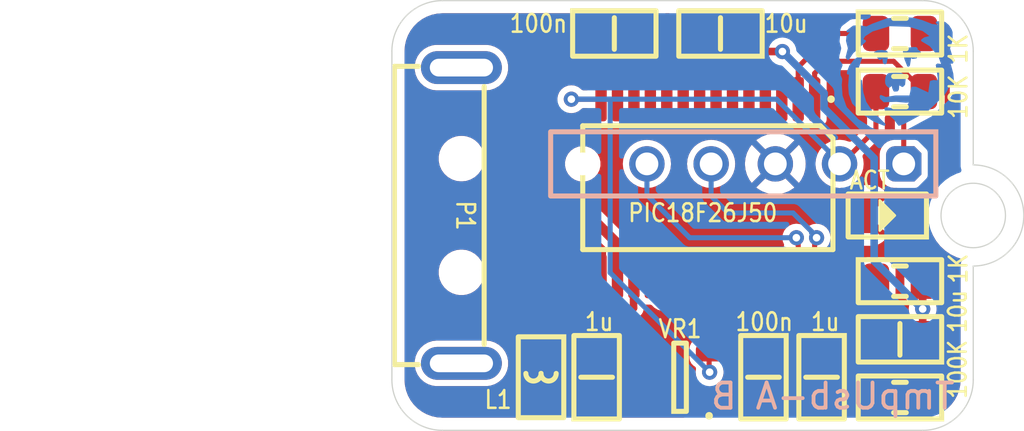
<source format=kicad_pcb>
(kicad_pcb (version 20221018) (generator pcbnew)
  (layers (0 "F.Cu" signal) (31 "B.Cu" signal) (34 "B.Paste" user) (35 "F.Paste" user) (36 "B.SilkS" user "B.Silkscreen") (37 "F.SilkS" user "F.Silkscreen") (38 "B.Mask" user) (39 "F.Mask" user) (44 "Edge.Cuts" user))
  (net 0 "")
  (net 1 "USB_D+")
  (net 2 "USB_D-")
  (net 3 "GND")
  (net 4 "CAP")
  (net 5 "CAP_POWER")
  (net 6 "ICSP_VPP")
  (net 7 "VCAP")
  (net 8 "LED")
  (net 9 "LED'")
  (net 10 "VCC")
  (net 11 "+3.3V")
  (net 12 "+5V")
  (net 13 "ICSP_PGD")
  (net 14 "ICSP_PGC")
  (footprint "Medo64:R (0805)" (layer "F.Cu") (at 40.1 35.7 180)
    (fp_text reference "R4" hide)
    (fp_text value "100K" (at -1.871 1.113 90 unlocked) (layer "F.SilkS") (effects (font (size 0.7 0.6) (thickness 0.1)) (justify top)))
    (fp_line (start -0.25 -0.6) (end 0.25 -0.6) (stroke (width 0.2)) (layer "F.SilkS"))
    (fp_line (start -0.25 0.6) (end 0.25 0.6) (stroke (width 0.2)) (layer "F.SilkS"))
    (fp_rect (start -1.65 -0.85) (end 1.65 0.85) (stroke (width 0.2)) (fill none) (layer "F.SilkS"))
    (pad "1" smd roundrect (at -0.95 0 180) (size 1.05 1.4) (layers "F.Cu" "F.Paste" "F.Mask") (net 4 "CAP"))
    (pad "2" smd roundrect (at 0.95 0 180) (size 1.05 1.4) (layers "F.Cu" "F.Paste" "F.Mask") (net 3 "GND"))
  )
  (footprint "Medo64:L Ferrite (0805)" (layer "F.Cu") (at 25.9 34.9 -90)
    (fp_text reference "L1" (at 1.3 1.7 unlocked) (layer "F.SilkS") (effects (font (size 0.7 0.6) (thickness 0.1)) (justify bottom)))
    (fp_text value "40R" hide)
    (fp_rect (start -1.6 -0.9) (end 1.6 0.9) (stroke (width 0.2)) (fill none) (layer "F.SilkS"))
    (fp_arc (start -0.15 -0.6) (mid 0.15 -0.3) (end -0.15 0) (stroke (width 0.2)) (layer "F.SilkS"))
    (fp_arc (start -0.15 0) (mid 0.15 0.3) (end -0.15 0.6) (stroke (width 0.2)) (layer "F.SilkS"))
    (pad "1" smd roundrect (at -0.85 0 270) (size 1.05 1.4) (layers "F.Cu" "F.Paste" "F.Mask") (net 10 "VCC"))
    (pad "2" smd roundrect (at 0.85 0 270) (size 1.05 1.4) (layers "F.Cu" "F.Paste" "F.Mask") (net 12 "+5V"))
  )
  (footprint "Medo64:R (0805)" (layer "F.Cu") (at 40.1 21.3)
    (fp_text reference "R1" hide)
    (fp_text value "1K" (at 1.9 0.6 90 unlocked) (layer "F.SilkS") (effects (font (size 0.7 0.6) (thickness 0.1)) (justify top)))
    (fp_line (start -0.25 -0.6) (end 0.25 -0.6) (stroke (width 0.2)) (layer "F.SilkS"))
    (fp_line (start -0.25 0.6) (end 0.25 0.6) (stroke (width 0.2)) (layer "F.SilkS"))
    (fp_rect (start -1.65 -0.85) (end 1.65 0.85) (stroke (width 0.2)) (fill none) (layer "F.SilkS"))
    (pad "1" smd roundrect (at -0.95 0) (size 1.05 1.4) (layers "F.Cu" "F.Paste" "F.Mask") (net 8 "LED"))
    (pad "2" smd roundrect (at 0.95 0) (size 1.05 1.4) (layers "F.Cu" "F.Paste" "F.Mask") (net 9 "LED'"))
  )
  (footprint "Medo64:DS (0805)" (layer "F.Cu") (at 39.6 28.5 180)
    (fp_text reference "DS1" hide)
    (fp_text value "ACT" (at 0.7 1.8 unlocked) (layer "F.SilkS") (effects (font (size 0.7 0.6) (thickness 0.1)) (justify top)))
    (fp_rect (start -1.55 -0.85) (end 1.55 0.85) (stroke (width 0.2)) (fill none) (layer "F.SilkS"))
    (fp_poly (pts (xy -0.3 0) (xy 0.3 -0.6) (xy 0.3 0.6)) (stroke (width 0.1)) (fill solid) (layer "F.SilkS"))
    (pad "1" smd roundrect (at -0.9 0 180) (size 1 1.4) (layers "F.Cu" "F.Paste" "F.Mask") (chamfer_ratio 0.2) (chamfer top_left bottom_left) (net 9 "LED'"))
    (pad "2" smd roundrect (at 0.9 0 180) (size 1 1.4) (layers "F.Cu" "F.Paste" "F.Mask") (net 3 "GND"))
  )
  (footprint "Medo64:C (0805)" (layer "F.Cu") (at 33 21.3 180)
    (fp_text reference "C5" hide)
    (fp_text value "10u" (at -2.6 0.8 unlocked) (layer "F.SilkS") (effects (font (size 0.7 0.6) (thickness 0.1)) (justify top)))
    (fp_line (start 0 -0.625) (end 0 0.625) (stroke (width 0.2)) (layer "F.SilkS"))
    (fp_rect (start -1.65 -0.9) (end 1.65 0.9) (stroke (width 0.2)) (fill none) (layer "F.SilkS"))
    (pad "1" smd roundrect (at -0.9 0 180) (size 1.15 1.45) (layers "F.Cu" "F.Paste" "F.Mask") (net 7 "VCAP"))
    (pad "2" smd roundrect (at 0.9 0 180) (size 1.15 1.45) (layers "F.Cu" "F.Paste" "F.Mask") (net 3 "GND"))
  )
  (footprint "Medo64:C (0805)" (layer "F.Cu") (at 34.7 34.9 -90)
    (fp_text reference "C1" hide)
    (fp_text value "100n" (at -2.599 -0.032 unlocked) (layer "F.SilkS") (effects (font (size 0.7 0.6) (thickness 0.1)) (justify top)))
    (fp_line (start 0 -0.625) (end 0 0.625) (stroke (width 0.2)) (layer "F.SilkS"))
    (fp_rect (start -1.65 -0.9) (end 1.65 0.9) (stroke (width 0.2)) (fill none) (layer "F.SilkS"))
    (pad "1" smd roundrect (at -0.9 0 270) (size 1.15 1.45) (layers "F.Cu" "F.Paste" "F.Mask") (net 11 "+3.3V"))
    (pad "2" smd roundrect (at 0.9 0 270) (size 1.15 1.45) (layers "F.Cu" "F.Paste" "F.Mask") (net 3 "GND"))
  )
  (footprint "Medo64:C (0805)" (layer "F.Cu") (at 28.1 34.9 90)
    (fp_text reference "C3" hide)
    (fp_text value "1u" (at 2.6 0.1 unlocked) (layer "F.SilkS") (effects (font (size 0.7 0.6) (thickness 0.1)) (justify top)))
    (fp_line (start 0 -0.625) (end 0 0.625) (stroke (width 0.2)) (layer "F.SilkS"))
    (fp_rect (start -1.65 -0.9) (end 1.65 0.9) (stroke (width 0.2)) (fill none) (layer "F.SilkS"))
    (pad "1" smd roundrect (at -0.9 0 90) (size 1.15 1.45) (layers "F.Cu" "F.Paste" "F.Mask") (net 12 "+5V"))
    (pad "2" smd roundrect (at 0.9 0 90) (size 1.15 1.45) (layers "F.Cu" "F.Paste" "F.Mask") (net 3 "GND"))
  )
  (footprint "Medo64:P USB A 2.0 (4w)" (layer "F.Cu") (at 22.75 28.5 -90)
    (fp_text reference "P1" (at 0 0.25 -90 unlocked) (layer "F.SilkS") (effects (font (size 0.7 0.6) (thickness 0.1)) (justify bottom)))
    (fp_text value "48037-2200" hide)
    (fp_line (start -5.9 1.7) (end -5.9 2.65) (stroke (width 0.2)) (layer "F.SilkS"))
    (fp_line (start -5.9 2.65) (end 5.9 2.65) (stroke (width 0.2)) (layer "F.SilkS"))
    (fp_line (start -5.1 -0.9) (end 5.1 -0.9) (stroke (width 0.2)) (layer "F.SilkS"))
    (fp_line (start 5.9 1.7) (end 5.9 2.65) (stroke (width 0.2)) (layer "F.SilkS"))
    (pad "" np_thru_hole circle (at -2.25 0 270) (size 1.25 1.25) (drill 1.3) (layers "F&B.Cu" "*.Mask"))
    (pad "" np_thru_hole circle (at 2.25 0 270) (size 1.25 1.25) (drill 1.3) (layers "F&B.Cu" "*.Mask"))
    (pad "1" smd roundrect (at 3.5 -2.6 270) (size 1.2 2) (layers "F.Cu" "F.Paste" "F.Mask") (chamfer_ratio 0.2) (chamfer top_right bottom_right) (net 10 "VCC"))
    (pad "2" smd roundrect (at 1 -2.6 270) (size 1.2 2) (layers "F.Cu" "F.Paste" "F.Mask") (net 2 "USB_D-"))
    (pad "3" smd roundrect (at -1 -2.6 270) (size 1.2 2) (layers "F.Cu" "F.Paste" "F.Mask") (net 1 "USB_D+"))
    (pad "4" smd roundrect (at -3.5 -2.6 270) (size 1.2 2) (layers "F.Cu" "F.Paste" "F.Mask") (net 3 "GND"))
    (pad "5" thru_hole oval (at -5.85 0 270) (size 1.3 3.2) (drill oval 0.7 2.5) (layers "*.Cu" "*.Mask"))
    (pad "5" thru_hole oval (at 5.85 0 270) (size 1.3 3.2) (drill oval 0.7 2.5) (layers "*.Cu" "*.Mask"))
  )
  (footprint "Medo64:C (0805)" (layer "F.Cu") (at 40.1 33.4 180)
    (fp_text reference "C6" hide)
    (fp_text value "10u" (at -1.871 1.1 90 unlocked) (layer "F.SilkS") (effects (font (size 0.7 0.6) (thickness 0.1)) (justify top)))
    (fp_line (start 0 -0.625) (end 0 0.625) (stroke (width 0.2)) (layer "F.SilkS"))
    (fp_rect (start -1.65 -0.9) (end 1.65 0.9) (stroke (width 0.2)) (fill none) (layer "F.SilkS"))
    (pad "1" smd roundrect (at -0.9 0 180) (size 1.15 1.45) (layers "F.Cu" "F.Paste" "F.Mask") (net 4 "CAP"))
    (pad "2" smd roundrect (at 0.9 0 180) (size 1.15 1.45) (layers "F.Cu" "F.Paste" "F.Mask") (net 3 "GND"))
  )
  (footprint "Medo64:VR Linear MCP1700 (SOT23-3)" (layer "F.Cu") (at 31.4 34.9 90)
    (fp_text reference "VR1" (at 1.5 0 unlocked) (layer "F.SilkS") (effects (font (size 0.7 0.6) (thickness 0.1)) (justify bottom)))
    (fp_text value "MCP1700" hide)
    (fp_rect (start -1.35 -0.25) (end 1.35 0.25) (stroke (width 0.2)) (fill none) (layer "F.SilkS"))
    (fp_circle (center -1.525 1.15) (end -1.425 1.15) (stroke (width 0.1)) (fill solid) (layer "F.SilkS"))
    (pad "1" smd roundrect (at -0.95 1.15 90) (size 0.65 1.05) (layers "F.Cu" "F.Paste" "F.Mask") (chamfer_ratio 0.2) (chamfer top_left bottom_left) (net 3 "GND"))
    (pad "2" smd roundrect (at 0.95 1.15 90) (size 0.65 1.05) (layers "F.Cu" "F.Paste" "F.Mask") (net 11 "+3.3V"))
    (pad "3" smd roundrect (at 0 -1.15 90) (size 0.65 1.05) (layers "F.Cu" "F.Paste" "F.Mask") (net 12 "+5V"))
  )
  (footprint "Medo64:C (0805)" (layer "F.Cu") (at 37 34.9 -90)
    (fp_text reference "C4" hide)
    (fp_text value "1u" (at -2.6 -0.145 unlocked) (layer "F.SilkS") (effects (font (size 0.7 0.6) (thickness 0.1)) (justify top)))
    (fp_line (start 0 -0.625) (end 0 0.625) (stroke (width 0.2)) (layer "F.SilkS"))
    (fp_rect (start -1.65 -0.9) (end 1.65 0.9) (stroke (width 0.2)) (fill none) (layer "F.SilkS"))
    (pad "1" smd roundrect (at -0.9 0 270) (size 1.15 1.45) (layers "F.Cu" "F.Paste" "F.Mask") (net 11 "+3.3V"))
    (pad "2" smd roundrect (at 0.9 0 270) (size 1.15 1.45) (layers "F.Cu" "F.Paste" "F.Mask") (net 3 "GND"))
  )
  (footprint "Medo64:R (0805)" (layer "F.Cu") (at 40.1 23.6)
    (fp_text reference "R3" hide)
    (fp_text value "10K" (at 1.9 0.2 90 unlocked) (layer "F.SilkS") (effects (font (size 0.7 0.6) (thickness 0.1)) (justify top)))
    (fp_line (start -0.25 -0.6) (end 0.25 -0.6) (stroke (width 0.2)) (layer "F.SilkS"))
    (fp_line (start -0.25 0.6) (end 0.25 0.6) (stroke (width 0.2)) (layer "F.SilkS"))
    (fp_rect (start -1.65 -0.85) (end 1.65 0.85) (stroke (width 0.2)) (fill none) (layer "F.SilkS"))
    (pad "1" smd roundrect (at -0.95 0) (size 1.05 1.4) (layers "F.Cu" "F.Paste" "F.Mask") (net 11 "+3.3V"))
    (pad "2" smd roundrect (at 0.95 0) (size 1.05 1.4) (layers "F.Cu" "F.Paste" "F.Mask") (net 6 "ICSP_VPP"))
  )
  (footprint "Medo64:U Micro PIC18F26J50 (SSOP-28)" (layer "F.Cu") (at 32.5 27.4 -90)
    (fp_text reference "U1" hide)
    (fp_text value "PIC18F26J50" (at 1 0.2 unlocked) (layer "F.SilkS") (effects (font (size 0.7 0.6) (thickness 0.1))))
    (fp_line (start -2.45 -4.45) (end -1.95 -4.95) (stroke (width 0.2)) (layer "F.SilkS"))
    (fp_line (start -2.45 4.95) (end -2.45 -4.45) (stroke (width 0.2)) (layer "F.SilkS"))
    (fp_line (start -1.95 -4.95) (end 2.45 -4.95) (stroke (width 0.2)) (layer "F.SilkS"))
    (fp_line (start 2.45 -4.95) (end 2.45 4.95) (stroke (width 0.2)) (layer "F.SilkS"))
    (fp_line (start 2.45 4.95) (end -2.45 4.95) (stroke (width 0.2)) (layer "F.SilkS"))
    (fp_circle (center -3.5 -4.875) (end -3.4 -4.875) (stroke (width 0.1)) (fill solid) (layer "F.SilkS"))
    (pad "1" smd roundrect (at -3.5 -4.225 270) (size 1.75 0.45) (layers "F.Cu" "F.Paste" "F.Mask") (chamfer_ratio 0.2) (chamfer top_left top_right) (net 6 "ICSP_VPP"))
    (pad "2" smd roundrect (at -3.5 -3.575 270) (size 1.75 0.45) (layers "F.Cu" "F.Paste" "F.Mask") (net 8 "LED"))
    (pad "3" smd roundrect (at -3.5 -2.925 270) (size 1.75 0.45) (layers "F.Cu" "F.Paste" "F.Mask"))
    (pad "4" smd roundrect (at -3.5 -2.275 270) (size 1.75 0.45) (layers "F.Cu" "F.Paste" "F.Mask"))
    (pad "5" smd roundrect (at -3.5 -1.625 270) (size 1.75 0.45) (layers "F.Cu" "F.Paste" "F.Mask") (net 4 "CAP"))
    (pad "6" smd roundrect (at -3.5 -0.975 270) (size 1.75 0.45) (layers "F.Cu" "F.Paste" "F.Mask") (net 7 "VCAP"))
    (pad "7" smd roundrect (at -3.5 -0.325 270) (size 1.75 0.45) (layers "F.Cu" "F.Paste" "F.Mask"))
    (pad "8" smd roundrect (at -3.5 0.325 270) (size 1.75 0.45) (layers "F.Cu" "F.Paste" "F.Mask") (net 3 "GND"))
    (pad "9" smd roundrect (at -3.5 0.975 270) (size 1.75 0.45) (layers "F.Cu" "F.Paste" "F.Mask"))
    (pad "10" smd roundrect (at -3.5 1.625 270) (size 1.75 0.45) (layers "F.Cu" "F.Paste" "F.Mask"))
    (pad "11" smd roundrect (at -3.5 2.275 270) (size 1.75 0.45) (layers "F.Cu" "F.Paste" "F.Mask"))
    (pad "12" smd roundrect (at -3.5 2.925 270) (size 1.75 0.45) (layers "F.Cu" "F.Paste" "F.Mask"))
    (pad "13" smd roundrect (at -3.5 3.575 270) (size 1.75 0.45) (layers "F.Cu" "F.Paste" "F.Mask"))
    (pad "14" smd roundrect (at -3.5 4.225 270) (size 1.75 0.45) (layers "F.Cu" "F.Paste" "F.Mask") (net 11 "+3.3V"))
    (pad "15" smd roundrect (at 3.5 4.225 270) (size 1.75 0.45) (layers "F.Cu" "F.Paste" "F.Mask") (net 2 "USB_D-"))
    (pad "16" smd roundrect (at 3.5 3.575 270) (size 1.75 0.45) (layers "F.Cu" "F.Paste" "F.Mask") (net 1 "USB_D+"))
    (pad "17" smd roundrect (at 3.5 2.925 270) (size 1.75 0.45) (layers "F.Cu" "F.Paste" "F.Mask") (net 10 "VCC"))
    (pad "18" smd roundrect (at 3.5 2.275 270) (size 1.75 0.45) (layers "F.Cu" "F.Paste" "F.Mask"))
    (pad "19" smd roundrect (at 3.5 1.625 270) (size 1.75 0.45) (layers "F.Cu" "F.Paste" "F.Mask") (net 3 "GND"))
    (pad "20" smd roundrect (at 3.5 0.975 270) (size 1.75 0.45) (layers "F.Cu" "F.Paste" "F.Mask") (net 11 "+3.3V"))
    (pad "21" smd roundrect (at 3.5 0.325 270) (size 1.75 0.45) (layers "F.Cu" "F.Paste" "F.Mask"))
    (pad "22" smd roundrect (at 3.5 -0.325 270) (size 1.75 0.45) (layers "F.Cu" "F.Paste" "F.Mask"))
    (pad "23" smd roundrect (at 3.5 -0.975 270) (size 1.75 0.45) (layers "F.Cu" "F.Paste" "F.Mask"))
    (pad "24" smd roundrect (at 3.5 -1.625 270) (size 1.75 0.45) (layers "F.Cu" "F.Paste" "F.Mask") (net 5 "CAP_POWER"))
    (pad "25" smd roundrect (at 3.5 -2.275 270) (size 1.75 0.45) (layers "F.Cu" "F.Paste" "F.Mask"))
    (pad "26" smd roundrect (at 3.5 -2.925 270) (size 1.75 0.45) (layers "F.Cu" "F.Paste" "F.Mask"))
    (pad "27" smd roundrect (at 3.5 -3.575 270) (size 1.75 0.45) (layers "F.Cu" "F.Paste" "F.Mask") (net 14 "ICSP_PGC"))
    (pad "28" smd roundrect (at 3.5 -4.225 270) (size 1.75 0.45) (layers "F.Cu" "F.Paste" "F.Mask") (net 13 "ICSP_PGD"))
  )
  (footprint "Medo64:C (0805)" (layer "F.Cu") (at 28.8 21.3)
    (fp_text reference "C2" hide)
    (fp_text value "100n" (at -3 -0.8 unlocked) (layer "F.SilkS") (effects (font (size 0.7 0.6) (thickness 0.1)) (justify top)))
    (fp_line (start 0 -0.625) (end 0 0.625) (stroke (width 0.2)) (layer "F.SilkS"))
    (fp_rect (start -1.65 -0.9) (end 1.65 0.9) (stroke (width 0.2)) (fill none) (layer "F.SilkS"))
    (pad "1" smd roundrect (at -0.9 0) (size 1.15 1.45) (layers "F.Cu" "F.Paste" "F.Mask") (net 11 "+3.3V"))
    (pad "2" smd roundrect (at 0.9 0) (size 1.15 1.45) (layers "F.Cu" "F.Paste" "F.Mask") (net 3 "GND"))
  )
  (footprint "Medo64:R (0805)" (layer "F.Cu") (at 40.1 31.1)
    (fp_text reference "R2" hide)
    (fp_text value "1K" (at 1.9 -0.5 90 unlocked) (layer "F.SilkS") (effects (font (size 0.7 0.6) (thickness 0.1)) (justify top)))
    (fp_line (start -0.25 -0.6) (end 0.25 -0.6) (stroke (width 0.2)) (layer "F.SilkS"))
    (fp_line (start -0.25 0.6) (end 0.25 0.6) (stroke (width 0.2)) (layer "F.SilkS"))
    (fp_rect (start -1.65 -0.85) (end 1.65 0.85) (stroke (width 0.2)) (fill none) (layer "F.SilkS"))
    (pad "1" smd roundrect (at -0.95 0) (size 1.05 1.4) (layers "F.Cu" "F.Paste" "F.Mask") (net 5 "CAP_POWER"))
    (pad "2" smd roundrect (at 0.95 0) (size 1.05 1.4) (layers "F.Cu" "F.Paste" "F.Mask") (net 4 "CAP"))
  )
  (footprint "Medo64:ICON Medo64" (layer "B.Cu") (at 40.1 22.8 180)
    (fp_text reference "Z?" hide)
    (fp_text value "Medo64" hide)
    (fp_poly (pts (xy 0.569 0.353) (xy 0.506 0.707) (xy 0.554 0.778) (xy 0.719 0.8) (xy 0.885 0.786) (xy 0.979 0.733) (xy 1.012 0.682) (xy 0.902 0.659) (xy 0.892 0.612) (xy 0.793 0.5) (xy 0.659 0.583) (xy 0.647 0.581) (xy 0.632 0.391) (xy 0.622 0.353) (xy 0.592 0.334)) (stroke (width 0.1)) (fill solid) (layer "B.Cu"))
    (fp_poly (pts (xy -0.347 0.253) (xy -0.412 0.648) (xy -0.502 0.544) (xy -0.626 0.56) (xy -0.646 0.595) (xy -0.654 0.695) (xy -0.79 0.696) (xy -0.777 0.752) (xy -0.709 0.806) (xy -0.594 0.838) (xy -0.594 0.861) (xy -0.645 0.874) (xy -0.654 0.893) (xy -0.626 0.915) (xy -0.491 0.913) (xy -0.267 0.874) (xy -0.168 0.787) (xy -0.23 0.486) (xy -0.331 0.233) (xy -0.339 0.24)) (stroke (width 0.1)) (fill solid) (layer "B.Cu"))
    (fp_poly (pts (xy 0.115 -0.742) (xy 0.0899 -0.706) (xy 0.0781 -0.566) (xy 0.0622 -0.52) (xy 0.00798 -0.502) (xy -0.097 -0.566) (xy -0.155 -0.508) (xy -0.174 -0.31) (xy -0.101 -0.133) (xy -0.0361 -0.108) (xy 0.168 -0.103) (xy 0.347 -0.109) (xy 0.44 -0.12) (xy 0.515 -0.205) (xy 0.54 -0.36) (xy 0.533 -0.466) (xy 0.5 -0.535) (xy 0.431 -0.596) (xy 0.384 -0.562) (xy 0.365 -0.53) (xy 0.342 -0.512) (xy 0.286 -0.53) (xy 0.257 -0.652) (xy 0.212 -0.749)) (stroke (width 0.1)) (fill solid) (layer "B.Cu"))
    (fp_poly (pts (xy 1.137 -1.588) (xy 1.377 -1.227) (xy 1.493 -0.853) (xy 1.544 -0.455) (xy 1.551 -0.378) (xy 1.595 -0.367) (xy 1.649 -0.379) (xy 1.781 -0.45) (xy 1.801 -0.39) (xy 1.761 -0.0848) (xy 1.586 0.417) (xy 1.555 0.511) (xy 1.55 0.558) (xy 1.648 0.527) (xy 1.79 0.423) (xy 1.958 0.207) (xy 2.045 -0.013) (xy 2.05 -0.076) (xy 1.964 -0.0819) (xy 1.999 -0.548) (xy 1.973 -0.89) (xy 1.846 -1.245) (xy 1.444 -1.662) (xy 1.007 -1.949) (xy 0.62 -2.1)) (stroke (width 0.1)) (fill solid) (layer "B.Cu"))
    (fp_poly (pts (xy -0.162 -2.027) (xy -1.067 -1.539) (xy -1.715 -0.923) (xy -1.847 -0.71) (xy -1.921 -0.519) (xy -2.079 -0.567) (xy -2.095 -0.469) (xy -2.062 -0.0937) (xy -1.952 0.314) (xy -1.982 0.367) (xy -2.06 0.354) (xy -2.077 0.422) (xy -1.93 0.912) (xy -2.032 1.227) (xy -2.034 1.544) (xy -1.998 1.647) (xy -1.903 1.796) (xy -1.782 1.9) (xy -1.695 1.941) (xy -1.468 1.93) (xy -1.663 1.801) (xy -1.722 1.753) (xy -1.784 1.659) (xy -1.735 1.66) (xy -1.576 1.778) (xy -1.371 1.817) (xy -1.254 1.827) (xy -1.134 1.877) (xy -0.852 1.987) (xy -0.528 2.073) (xy -0.0731 2.1) (xy 0.509 2.05) (xy 1.073 1.842) (xy 1.317 1.73) (xy 1.649 1.779) (xy 1.837 1.763) (xy 2.065 1.59) (xy 1.802 1.633) (xy 1.67 1.615) (xy 1.959 1.505) (xy 2.067 1.378) (xy 2.085 1.212) (xy 2.009 0.915) (xy 2.099 0.563) (xy 2.055 0.501) (xy 1.891 0.746) (xy 1.396 1.198) (xy 1.522 1.254) (xy 1.413 1.428) (xy 1.101 1.627) (xy 0.403 1.839) (xy -0.366 1.813) (xy -0.919 1.642) (xy -1.209 1.43) (xy -1.227 1.366) (xy -0.981 1.3) (xy -0.886 1.23) (xy -1.21 1.035) (xy -1.558 0.628) (xy -1.682 0.293) (xy -1.663 0.238) (xy -1.492 0.262) (xy -1.468 0.242) (xy -1.547 -0.268) (xy -1.529 -0.375) (xy -1.464 -0.408) (xy -1.339 -0.39) (xy -1.231 -0.419) (xy -1.16 -0.905) (xy -0.625 -0.656) (xy -0.494 -0.655) (xy -0.414 -1.002) (xy 0.18 -1.002) (xy 0.561 -1.064) (xy 0.751 -0.985) (xy 0.746 -1.053) (xy 0.624 -1.17) (xy 0.142 -1.154) (xy -0.23 -1.188) (xy -0.449 -1.178) (xy -0.342 -1.347) (xy -0.189 -1.45) (xy -0.0588 -1.5) (xy 0.291 -1.511) (xy 0.537 -1.463) (xy 0.568 -1.475) (xy 0.523 -1.584) (xy 0.188 -1.888) (xy 0.0332 -2.1)) (stroke (width 0.1)) (fill solid) (layer "B.Cu"))
  )
  (footprint "Medo64:ICSP PIC Pogo (6*w)" (layer "B.Cu") (at 33.9 26.459 180)
    (fp_text reference "" hide)
    (fp_text value "J ICSP PIC Pogo (~{6}w)" hide)
    (fp_rect (start -7.62 1.27) (end 7.62 -1.27) (stroke (width 0.2)) (fill none) (layer "B.SilkS"))
    (pad "" np_thru_hole circle (at 6.35 0 180) (size 0.9 0.9) (drill 0.9) (layers "F&B.Cu" "*.Mask"))
    (pad "1" thru_hole roundrect (at -6.35 0 180) (size 1.4 1.4) (drill 0.9) (layers "*.Cu" "B.Mask") (chamfer_ratio 0.2) (chamfer top_left bottom_left) (net 6 "ICSP_VPP"))
    (pad "2" thru_hole circle (at -3.81 0 180) (size 1.4 1.4) (drill 0.9) (layers "*.Cu" "B.Mask") (net 11 "+3.3V"))
    (pad "3" thru_hole circle (at -1.27 0 180) (size 1.4 1.4) (drill 0.9) (layers "*.Cu" "B.Mask") (net 3 "GND"))
    (pad "4" thru_hole circle (at 1.27 0 180) (size 1.4 1.4) (drill 0.9) (layers "*.Cu" "B.Mask") (net 13 "ICSP_PGD"))
    (pad "5" thru_hole circle (at 3.81 0 180) (size 1.4 1.4) (drill 0.9) (layers "*.Cu" "B.Mask") (net 14 "ICSP_PGC"))
  )
  (gr_arc (start 43 35) (mid 42.414214 36.414214) (end 41 37) (stroke (width 0.05)) (layer "Edge.Cuts"))
  (gr_arc (start 22 37) (mid 20.585786 36.414214) (end 20 35) (stroke (width 0.05)) (layer "Edge.Cuts"))
  (gr_arc (start 43 26.5) (mid 45 28.5) (end 43 30.5) (stroke (width 0.05)) (layer "Edge.Cuts"))
  (gr_arc (start 20 22) (mid 20.585786 20.585786) (end 22 20) (stroke (width 0.05)) (layer "Edge.Cuts"))
  (gr_line (start 43 30.5) (end 43 35) (stroke (width 0.05)) (layer "Edge.Cuts"))
  (gr_line (start 43 22) (end 43 26.5) (stroke (width 0.05)) (layer "Edge.Cuts"))
  (gr_circle (center 43 28.5) (end 44.275 28.5) (stroke (width 0.05)) (fill none) (layer "Edge.Cuts"))
  (gr_line (start 20 22) (end 20 35) (stroke (width 0.05)) (layer "Edge.Cuts"))
  (gr_line (start 22 37) (end 41 37) (stroke (width 0.05)) (layer "Edge.Cuts"))
  (gr_arc (start 41 20) (mid 42.414214 20.585786) (end 43 22) (stroke (width 0.05)) (layer "Edge.Cuts"))
  (gr_line (start 22 20) (end 41 20) (stroke (width 0.05)) (layer "Edge.Cuts"))
  (gr_text "TmpUsb-A B" (at 42.352 36.238) (layer "B.SilkS") (effects (font (size 1 1)) (justify left bottom mirror)))
  (segment (start 28.925 29.615) (end 27.801 28.491) (width 0.4) (layer "F.Cu") (net 1))
  (segment (start 27.801 28.491) (end 26.765 28.491) (width 0.4) (layer "F.Cu") (net 1))
  (segment (start 28.925 30.5) (end 28.925 29.615) (width 0.4) (layer "F.Cu") (net 1))
  (segment (start 26.765 28.491) (end 25.874 27.6) (width 0.4) (layer "F.Cu") (net 1))
  (segment (start 28.275 29.865) (end 28.275 30.5) (width 0.4) (layer "F.Cu") (net 2))
  (segment (start 25.674 29.126) (end 27.536 29.126) (width 0.4) (layer "F.Cu") (net 2))
  (segment (start 27.536 29.126) (end 28.275 29.865) (width 0.4) (layer "F.Cu") (net 2))
  (segment (start 37 35.8) (end 39.05 35.8) (width 0.2) (layer "F.Cu") (net 3))
  (segment (start 32.175 23.5) (end 32.175 21.375) (width 0.2) (layer "F.Cu") (net 3))
  (segment (start 27.716 25.316) (end 27.4 25) (width 0.2) (layer "F.Cu") (net 3))
  (segment (start 31.28 35.85) (end 32.55 35.85) (width 0.2) (layer "F.Cu") (net 3))
  (segment (start 30.875 34) (end 28.1 34) (width 0.2) (layer "F.Cu") (net 3))
  (segment (start 30.875 30.9) (end 30.875 34) (width 0.2) (layer "F.Cu") (net 3))
  (segment (start 28.1 34) (end 31.28 34) (width 0.2) (layer "F.Cu") (net 3))
  (segment (start 31.28 34) (end 31.28 35.85) (width 0.2) (layer "F.Cu") (net 3))
  (segment (start 38.7 28.5) (end 40.1 29.9) (width 0.2) (layer "F.Cu") (net 3))
  (segment (start 32.192 25.316) (end 31.991 25.316) (width 0.2) (layer "F.Cu") (net 3))
  (segment (start 32.175 25.299) (end 32.192 25.316) (width 0.2) (layer "F.Cu") (net 3))
  (segment (start 34.027 25.316) (end 32.192 25.316) (width 0.2) (layer "F.Cu") (net 3))
  (segment (start 32.175 23.9) (end 32.175 25.299) (width 0.2) (layer "F.Cu") (net 3))
  (segment (start 32.55 35.85) (end 34.65 35.85) (width 0.2) (layer "F.Cu") (net 3))
  (segment (start 34.7 35.8) (end 37 35.8) (width 0.2) (layer "F.Cu") (net 3))
  (segment (start 40.1 32.5) (end 39.2 33.4) (width 0.2) (layer "F.Cu") (net 3))
  (segment (start 39.2 33.4) (end 39.2 35.65) (width 0.2) (layer "F.Cu") (net 3))
  (segment (start 31.416637 26.980363) (end 31.416637 25.316) (width 0.2) (layer "F.Cu") (net 3))
  (segment (start 30.875 27.522) (end 31.416637 26.980363) (width 0.2) (layer "F.Cu") (net 3))
  (segment (start 27.4 25) (end 25.3 25) (width 0.2) (layer "F.Cu") (net 3))
  (segment (start 30.875 30.9) (end 30.875 27.522) (width 0.2) (layer "F.Cu") (net 3))
  (segment (start 32.1 21.3) (end 29.7 21.3) (width 0.2) (layer "F.Cu") (net 3))
  (segment (start 40.1 29.9) (end 40.1 32.5) (width 0.2) (layer "F.Cu") (net 3))
  (segment (start 31.991 25.316) (end 27.716 25.316) (width 0.2) (layer "F.Cu") (net 3))
  (segment (start 35.17 26.459) (end 34.027 25.316) (width 0.2) (layer "F.Cu") (net 3))
  (segment (start 31.416637 25.316) (end 31.991 25.316) (width 0.2) (layer "F.Cu") (net 3))
  (segment (start 41 33.4) (end 41 31.15) (width 0.3) (layer "F.Cu") (net 4))
  (segment (start 41 32.2) (end 41 31.15) (width 0.3) (layer "F.Cu") (net 4))
  (segment (start 34.125 22.725) (end 34.125 23.9) (width 0.3) (layer "F.Cu") (net 4))
  (segment (start 41.05 35.7) (end 41.05 33.45) (width 0.3) (layer "F.Cu") (net 4))
  (segment (start 34.836 22.014) (end 34.125 22.725) (width 0.3) (layer "F.Cu") (net 4))
  (segment (start 35.45 22.014) (end 34.836 22.014) (width 0.3) (layer "F.Cu") (net 4))
  (via (at 41 32.2) (size 0.6) (drill 0.3) (layers "F.Cu" "B.Cu") (net 4))
  (via (at 35.45 22.014) (size 0.6) (drill 0.3) (layers "F.Cu" "B.Cu") (net 4))
  (segment (start 39.08 26.235) (end 39.08 30.3) (width 0.3) (layer "B.Cu") (net 4))
  (segment (start 39.08 30.3) (end 40.98 32.2) (width 0.3) (layer "B.Cu") (net 4))
  (segment (start 40.98 32.2) (end 41 32.2) (width 0.3) (layer "B.Cu") (net 4))
  (segment (start 37.1 24.255) (end 39.08 26.235) (width 0.3) (layer "B.Cu") (net 4))
  (segment (start 37.1 23.664) (end 37.1 24.255) (width 0.3) (layer "B.Cu") (net 4))
  (segment (start 35.45 22.014) (end 37.1 23.664) (width 0.3) (layer "B.Cu") (net 4))
  (segment (start 34.35 32.4) (end 38.025 32.4) (width 0.2) (layer "F.Cu") (net 5))
  (segment (start 34.125 30.9) (end 34.125 32.175) (width 0.2) (layer "F.Cu") (net 5))
  (segment (start 38.025 32.4) (end 39.15 31.275) (width 0.2) (layer "F.Cu") (net 5))
  (segment (start 34.125 32.175) (end 34.35 32.4) (width 0.2) (layer "F.Cu") (net 5))
  (segment (start 41.05 23.6) (end 39.85 22.4) (width 0.2) (layer "F.Cu") (net 6))
  (segment (start 40.25 24.4) (end 41.05 23.6) (width 0.2) (layer "F.Cu") (net 6))
  (segment (start 36.725 22.875) (end 36.725 23.5) (width 0.2) (layer "F.Cu") (net 6))
  (segment (start 40.25 26.459) (end 40.25 24.4) (width 0.2) (layer "F.Cu") (net 6))
  (segment (start 37.2 22.4) (end 36.725 22.875) (width 0.2) (layer "F.Cu") (net 6))
  (segment (start 39.85 22.4) (end 37.2 22.4) (width 0.2) (layer "F.Cu") (net 6))
  (segment (start 33.475 23.5) (end 33.475 21.725) (width 0.2) (layer "F.Cu") (net 7))
  (segment (start 37.4 21.3) (end 39.15 21.3) (width 0.2) (layer "F.Cu") (net 8))
  (segment (start 36.075 23.9) (end 36.075 22.625) (width 0.2) (layer "F.Cu") (net 8))
  (segment (start 36.075 22.625) (end 37.4 21.3) (width 0.2) (layer "F.Cu") (net 8))
  (segment (start 41.971 22.221) (end 41.05 21.3) (width 0.2) (layer "F.Cu") (net 9))
  (segment (start 41.971 26.838) (end 41.971 22.221) (width 0.2) (layer "F.Cu") (net 9))
  (segment (start 40.5 28.309) (end 41.971 26.838) (width 0.2) (layer "F.Cu") (net 9))
  (segment (start 25.3 32) (end 25.3 33.65) (width 0.2) (layer "F.Cu") (net 10))
  (segment (start 25.3 33.65) (end 25.8 34.15) (width 0.2) (layer "F.Cu") (net 10))
  (segment (start 29.56 32.16) (end 29.56 30.99) (width 0.3) (layer "F.Cu") (net 10))
  (segment (start 25.77 32.42) (end 29.3 32.42) (width 0.3) (layer "F.Cu") (net 10))
  (segment (start 29.3 32.42) (end 29.56 32.16) (width 0.3) (layer "F.Cu") (net 10))
  (segment (start 32.55 34.68) (end 32.57 34.7) (width 0.2) (layer "F.Cu") (net 11))
  (segment (start 28.275 23.5) (end 28.275 21.675) (width 0.2) (layer "F.Cu") (net 11))
  (segment (start 32.55 33.95) (end 32.55 33.09) (width 0.2) (layer "F.Cu") (net 11))
  (segment (start 31.525 32.065) (end 31.525 30.9) (width 0.2) (layer "F.Cu") (net 11))
  (segment (start 27.1 23.9) (end 28.275 23.9) (width 0.2) (layer "F.Cu") (net 11))
  (segment (start 32.55 33.09) (end 31.525 32.065) (width 0.2) (layer "F.Cu") (net 11))
  (segment (start 34.7 34) (end 37 34) (width 0.2) (layer "F.Cu") (net 11))
  (segment (start 32.55 33.95) (end 32.55 34.68) (width 0.2) (layer "F.Cu") (net 11))
  (segment (start 37.78 26.459) (end 39.15 25.089) (width 0.2) (layer "F.Cu") (net 11))
  (segment (start 32.55 33.95) (end 34.65 33.95) (width 0.2) (layer "F.Cu") (net 11))
  (segment (start 39.15 25.089) (end 39.15 23.6) (width 0.2) (layer "F.Cu") (net 11))
  (via (at 32.57 34.7) (size 0.6) (drill 0.3) (layers "F.Cu" "B.Cu") (net 11))
  (via (at 27.1 23.9) (size 0.6) (drill 0.3) (layers "F.Cu" "B.Cu") (net 11))
  (segment (start 27.1 23.9) (end 35.221 23.9) (width 0.2) (layer "B.Cu") (net 11))
  (segment (start 28.636 30.766) (end 28.636 23.9) (width 0.2) (layer "B.Cu") (net 11))
  (segment (start 28.636 23.9) (end 27.1 23.9) (width 0.2) (layer "B.Cu") (net 11))
  (segment (start 35.221 23.9) (end 37.71 26.389) (width 0.2) (layer "B.Cu") (net 11))
  (segment (start 32.57 34.7) (end 28.636 30.766) (width 0.2) (layer "B.Cu") (net 11))
  (segment (start 29.35 35.8) (end 30.25 34.9) (width 0.2) (layer "F.Cu") (net 12))
  (segment (start 25.8 35.75) (end 28.05 35.75) (width 0.2) (layer "F.Cu") (net 12))
  (segment (start 28.1 35.8) (end 29.35 35.8) (width 0.2) (layer "F.Cu") (net 12))
  (segment (start 36.801503 29.38) (end 36.725 29.456503) (width 0.2) (layer "F.Cu") (net 13))
  (segment (start 36.725 29.456503) (end 36.725 30.9) (width 0.2) (layer "F.Cu") (net 13))
  (via (at 36.801503 29.38) (size 0.6) (drill 0.3) (layers "F.Cu" "B.Cu") (net 13))
  (segment (start 35.870529 28.4) (end 33.3 28.4) (width 0.2) (layer "B.Cu") (net 13))
  (segment (start 36.801503 29.38) (end 36.602 29.180497) (width 0.2) (layer "B.Cu") (net 13))
  (segment (start 33.3 28.4) (end 32.63 27.73) (width 0.2) (layer "B.Cu") (net 13))
  (segment (start 36.602 29.131471) (end 35.870529 28.4) (width 0.2) (layer "B.Cu") (net 13))
  (segment (start 36.602 29.180497) (end 36.602 29.131471) (width 0.2) (layer "B.Cu") (net 13))
  (segment (start 32.63 27.73) (end 32.63 26.459) (width 0.2) (layer "B.Cu") (net 13))
  (segment (start 36.075 30.9) (end 36.075 29.453) (width 0.2) (layer "F.Cu") (net 14))
  (segment (start 36.075 29.453) (end 36.002 29.38) (width 0.2) (layer "F.Cu") (net 14))
  (via (at 36.002 29.38) (size 0.6) (drill 0.3) (layers "F.Cu" "B.Cu") (net 14))
  (segment (start 30.09 27.69) (end 30.09 26.459) (width 0.2) (layer "B.Cu") (net 14))
  (segment (start 31.78 29.38) (end 30.09 27.69) (width 0.2) (layer "B.Cu") (net 14))
  (segment (start 36.002 29.38) (end 31.78 29.38) (width 0.2) (layer "B.Cu") (net 14))
  (zone (net 3) (net_name "GND") (layers "F&B.Cu") (connect_pads (clearance 0.25)) (min_thickness 0.2) (fill yes (thermal_gap 0.5) (thermal_bridge_width 0.25))
    (polygon (pts (xy 20 37) (xy 20 20) (xy 43 20) (xy 43 37)))
  )
)
</source>
